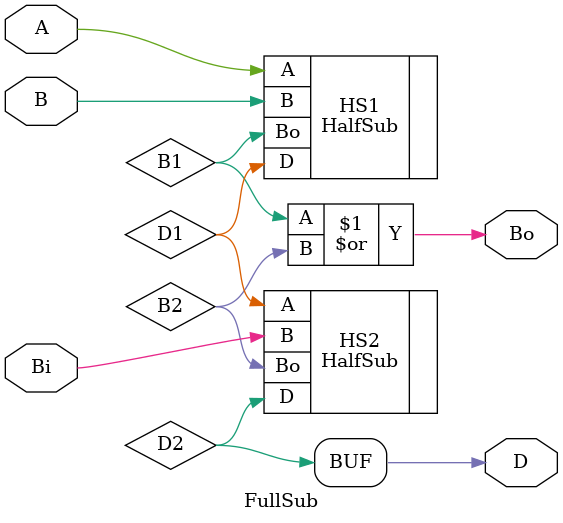
<source format=v>
`timescale 1ns / 1ps
module FullSub(A, B, Bi, D, Bo);
	input A, B, Bi; // BiÍOrbg©çØè½©Ç¤©
	output D, Bo;
	
	wire B1, B2;
	wire D1, D2;
	
	// A - B
	HalfSub HS1(.A(A), .B(B), .D(D1), .Bo(B1));
	// A - B - Bi
	HalfSub HS2(.A(D1), .B(Bi), .D(D2), .Bo(B2));
	
	assign D = D2;
	assign Bo = B1 | B2;
endmodule

</source>
